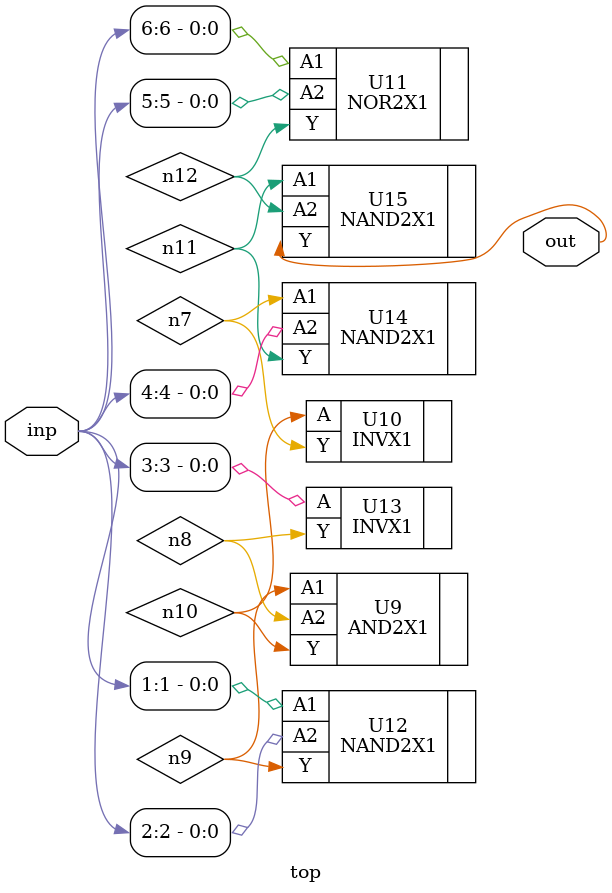
<source format=sv>


module top ( inp, out );
  input [6:0] inp;
  output out;
  wire   n7, n8, n9, n10, n11, n12;

  AND2X1 U9 ( .A1(n9), .A2(n8), .Y(n10) );
  INVX1 U10 ( .A(n10), .Y(n7) );
  NOR2X1 U11 ( .A1(inp[6]), .A2(inp[5]), .Y(n12) );
  NAND2X1 U12 ( .A1(inp[1]), .A2(inp[2]), .Y(n9) );
  INVX1 U13 ( .A(inp[3]), .Y(n8) );
  NAND2X1 U14 ( .A1(n7), .A2(inp[4]), .Y(n11) );
  NAND2X1 U15 ( .A1(n11), .A2(n12), .Y(out) );
endmodule


</source>
